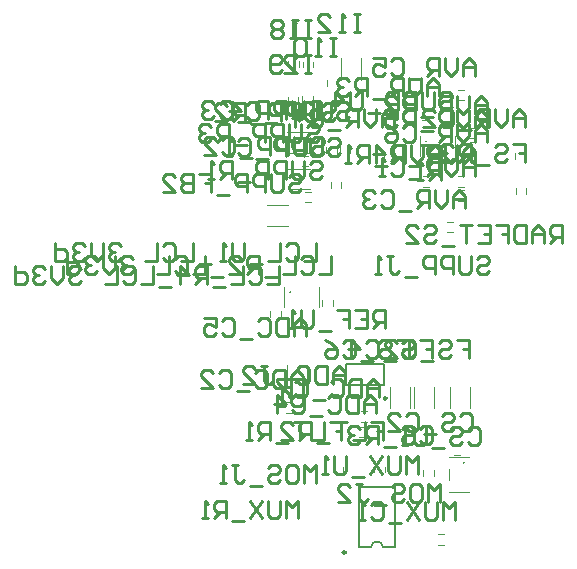
<source format=gbo>
G04 Layer_Color=32896*
%FSLAX24Y24*%
%MOIN*%
G70*
G01*
G75*
%ADD36C,0.0100*%
%ADD83C,0.0098*%
%ADD85C,0.0079*%
%ADD86C,0.0039*%
D36*
X12197Y12343D02*
Y12942D01*
X11997Y12742D01*
X11797Y12942D01*
Y12343D01*
X11597Y12942D02*
Y12443D01*
X11497Y12343D01*
X11297D01*
X11197Y12443D01*
Y12942D01*
X10997D02*
X10597Y12343D01*
Y12942D02*
X10997Y12343D01*
X10397Y12243D02*
X9998D01*
X9798Y12343D02*
Y12942D01*
X9498D01*
X9398Y12842D01*
Y12643D01*
X9498Y12543D01*
X9798D01*
X9598D02*
X9398Y12343D01*
X9198D02*
X8998D01*
X9098D01*
Y12942D01*
X9198Y12842D01*
X16948Y26454D02*
X17048Y26554D01*
X17248D01*
X17348Y26454D01*
Y26354D01*
X17248Y26254D01*
X17048D01*
X16948Y26154D01*
Y26054D01*
X17048Y25954D01*
X17248D01*
X17348Y26054D01*
X16748Y26554D02*
Y26054D01*
X16648Y25954D01*
X16448D01*
X16348Y26054D01*
Y26554D01*
X16148Y25954D02*
Y26554D01*
X15849D01*
X15749Y26454D01*
Y26254D01*
X15849Y26154D01*
X16148D01*
X15549Y25954D02*
Y26554D01*
X15249D01*
X15149Y26454D01*
Y26254D01*
X15249Y26154D01*
X15549D01*
X14949Y25854D02*
X14549D01*
X14349Y26554D02*
Y26054D01*
X14249Y25954D01*
X14049D01*
X13949Y26054D01*
Y26554D01*
X13449Y25954D02*
Y26554D01*
X13749Y26254D01*
X13349D01*
X16958Y23624D02*
Y24224D01*
X16658D01*
X16558Y24124D01*
Y23924D01*
X16658Y23824D01*
X16958D01*
X16758D02*
X16558Y23624D01*
X16358D02*
X16158D01*
X16258D01*
Y24224D01*
X16358Y24124D01*
X18501Y25344D02*
Y25744D01*
X18302Y25944D01*
X18102Y25744D01*
Y25344D01*
Y25644D01*
X18501D01*
X17902Y25944D02*
Y25544D01*
X17702Y25344D01*
X17502Y25544D01*
Y25944D01*
X17302Y25344D02*
Y25944D01*
X17002D01*
X16902Y25844D01*
Y25644D01*
X17002Y25544D01*
X17302D01*
X17102D02*
X16902Y25344D01*
X16702Y25244D02*
X16302D01*
X16102Y25344D02*
Y25944D01*
X15802D01*
X15702Y25844D01*
Y25644D01*
X15802Y25544D01*
X16102D01*
X15902D02*
X15702Y25344D01*
X15103Y25944D02*
X15502D01*
Y25644D01*
X15303Y25744D01*
X15203D01*
X15103Y25644D01*
Y25444D01*
X15203Y25344D01*
X15402D01*
X15502Y25444D01*
X18108Y24194D02*
Y24594D01*
X17908Y24794D01*
X17708Y24594D01*
Y24194D01*
Y24494D01*
X18108D01*
X17508Y24794D02*
Y24394D01*
X17308Y24194D01*
X17108Y24394D01*
Y24794D01*
X16908Y24194D02*
Y24794D01*
X16609D01*
X16509Y24694D01*
Y24494D01*
X16609Y24394D01*
X16908D01*
X16708D02*
X16509Y24194D01*
X16309Y24094D02*
X15909D01*
X15709Y24194D02*
Y24794D01*
X15409D01*
X15309Y24694D01*
Y24494D01*
X15409Y24394D01*
X15709D01*
X15509D02*
X15309Y24194D01*
X14809D02*
Y24794D01*
X15109Y24494D01*
X14709D01*
X16908Y26434D02*
Y26834D01*
X16708Y27034D01*
X16508Y26834D01*
Y26434D01*
Y26734D01*
X16908D01*
X16308Y27034D02*
Y26634D01*
X16108Y26434D01*
X15908Y26634D01*
Y27034D01*
X15708Y26434D02*
Y27034D01*
X15409D01*
X15309Y26934D01*
Y26734D01*
X15409Y26634D01*
X15708D01*
X15508D02*
X15309Y26434D01*
X15109Y26334D02*
X14709D01*
X14509Y26434D02*
Y27034D01*
X14209D01*
X14109Y26934D01*
Y26734D01*
X14209Y26634D01*
X14509D01*
X14309D02*
X14109Y26434D01*
X13909Y26934D02*
X13809Y27034D01*
X13609D01*
X13509Y26934D01*
Y26834D01*
X13609Y26734D01*
X13709D01*
X13609D01*
X13509Y26634D01*
Y26534D01*
X13609Y26434D01*
X13809D01*
X13909Y26534D01*
X18501Y25817D02*
Y26217D01*
X18302Y26417D01*
X18102Y26217D01*
Y25817D01*
Y26117D01*
X18501D01*
X17902Y26417D02*
Y26017D01*
X17702Y25817D01*
X17502Y26017D01*
Y26417D01*
X17302Y25817D02*
Y26417D01*
X17002D01*
X16902Y26317D01*
Y26117D01*
X17002Y26017D01*
X17302D01*
X17102D02*
X16902Y25817D01*
X16702Y25717D02*
X16302D01*
X16102Y25817D02*
Y26417D01*
X15802D01*
X15702Y26317D01*
Y26117D01*
X15802Y26017D01*
X16102D01*
X15902D02*
X15702Y25817D01*
X15103D02*
X15502D01*
X15103Y26217D01*
Y26317D01*
X15203Y26417D01*
X15402D01*
X15502Y26317D01*
X16958Y24194D02*
Y24594D01*
X16758Y24794D01*
X16558Y24594D01*
Y24194D01*
Y24494D01*
X16958D01*
X16358Y24794D02*
Y24394D01*
X16158Y24194D01*
X15958Y24394D01*
Y24794D01*
X15758Y24194D02*
Y24794D01*
X15459D01*
X15359Y24694D01*
Y24494D01*
X15459Y24394D01*
X15758D01*
X15558D02*
X15359Y24194D01*
X15159Y24094D02*
X14759D01*
X14559Y24194D02*
Y24794D01*
X14259D01*
X14159Y24694D01*
Y24494D01*
X14259Y24394D01*
X14559D01*
X14359D02*
X14159Y24194D01*
X13959D02*
X13759D01*
X13859D01*
Y24794D01*
X13959Y24694D01*
X18518Y24884D02*
Y25284D01*
X18318Y25484D01*
X18118Y25284D01*
Y24884D01*
Y25184D01*
X18518D01*
X17918Y25484D02*
Y25084D01*
X17718Y24884D01*
X17518Y25084D01*
Y25484D01*
X17318Y24884D02*
Y25484D01*
X17019D01*
X16919Y25384D01*
Y25184D01*
X17019Y25084D01*
X17318D01*
X17118D02*
X16919Y24884D01*
X16719Y24784D02*
X16319D01*
X15719Y25384D02*
X15819Y25484D01*
X16019D01*
X16119Y25384D01*
Y24984D01*
X16019Y24884D01*
X15819D01*
X15719Y24984D01*
X15119Y25484D02*
X15319Y25384D01*
X15519Y25184D01*
Y24984D01*
X15419Y24884D01*
X15219D01*
X15119Y24984D01*
Y25084D01*
X15219Y25184D01*
X15519D01*
X18118Y23744D02*
Y24144D01*
X17918Y24344D01*
X17718Y24144D01*
Y23744D01*
Y24044D01*
X18118D01*
X17518Y24344D02*
Y23944D01*
X17318Y23744D01*
X17118Y23944D01*
Y24344D01*
X16918Y23744D02*
Y24344D01*
X16619D01*
X16519Y24244D01*
Y24044D01*
X16619Y23944D01*
X16918D01*
X16718D02*
X16519Y23744D01*
X16319Y23644D02*
X15919D01*
X15319Y24244D02*
X15419Y24344D01*
X15619D01*
X15719Y24244D01*
Y23844D01*
X15619Y23744D01*
X15419D01*
X15319Y23844D01*
X15119Y23744D02*
X14919D01*
X15019D01*
Y24344D01*
X15119Y24244D01*
X17872Y15299D02*
X17972Y15399D01*
X18172D01*
X18272Y15299D01*
Y14899D01*
X18172Y14799D01*
X17972D01*
X17872Y14899D01*
X17272Y15299D02*
X17372Y15399D01*
X17572D01*
X17672Y15299D01*
Y15199D01*
X17572Y15099D01*
X17372D01*
X17272Y14999D01*
Y14899D01*
X17372Y14799D01*
X17572D01*
X17672Y14899D01*
X17072Y14699D02*
X16672D01*
X16472Y15399D02*
Y14899D01*
X16372Y14799D01*
X16172D01*
X16072Y14899D01*
Y15399D01*
X15872Y14799D02*
X15672D01*
X15772D01*
Y15399D01*
X15872Y15299D01*
X16272Y15319D02*
X16372Y15419D01*
X16572D01*
X16672Y15319D01*
Y14919D01*
X16572Y14819D01*
X16372D01*
X16272Y14919D01*
X15672Y15319D02*
X15772Y15419D01*
X15972D01*
X16072Y15319D01*
Y15219D01*
X15972Y15119D01*
X15772D01*
X15672Y15019D01*
Y14919D01*
X15772Y14819D01*
X15972D01*
X16072Y14919D01*
X15472Y14719D02*
X15072D01*
X14872Y14819D02*
Y15419D01*
X14572D01*
X14472Y15319D01*
Y15119D01*
X14572Y15019D01*
X14872D01*
X14672D02*
X14472Y14819D01*
X14272Y15319D02*
X14172Y15419D01*
X13972D01*
X13872Y15319D01*
Y15219D01*
X13972Y15119D01*
X14072D01*
X13972D01*
X13872Y15019D01*
Y14919D01*
X13972Y14819D01*
X14172D01*
X14272Y14919D01*
X17602Y15769D02*
X17702Y15869D01*
X17902D01*
X18002Y15769D01*
Y15369D01*
X17902Y15269D01*
X17702D01*
X17602Y15369D01*
X17002Y15769D02*
X17102Y15869D01*
X17302D01*
X17402Y15769D01*
Y15669D01*
X17302Y15569D01*
X17102D01*
X17002Y15469D01*
Y15369D01*
X17102Y15269D01*
X17302D01*
X17402Y15369D01*
X16802Y15169D02*
X16402D01*
X15802Y15769D02*
X15902Y15869D01*
X16102D01*
X16202Y15769D01*
Y15369D01*
X16102Y15269D01*
X15902D01*
X15802Y15369D01*
X15202Y15269D02*
X15602D01*
X15202Y15669D01*
Y15769D01*
X15302Y15869D01*
X15502D01*
X15602Y15769D01*
X13782Y16830D02*
Y17230D01*
X13583Y17430D01*
X13383Y17230D01*
Y16830D01*
Y17130D01*
X13782D01*
X13183Y17430D02*
Y16830D01*
X12883D01*
X12783Y16930D01*
Y17330D01*
X12883Y17430D01*
X13183D01*
X12183Y17330D02*
X12283Y17430D01*
X12483D01*
X12583Y17330D01*
Y16930D01*
X12483Y16830D01*
X12283D01*
X12183Y16930D01*
X11983Y16730D02*
X11583D01*
X10983Y17430D02*
X11183D01*
X11083D01*
Y16930D01*
X11183Y16830D01*
X11283D01*
X11383Y16930D01*
X10384Y16830D02*
X10783D01*
X10384Y17230D01*
Y17330D01*
X10484Y17430D01*
X10683D01*
X10783Y17330D01*
X12801Y13530D02*
Y14130D01*
X12601Y13930D01*
X12401Y14130D01*
Y13530D01*
X11901Y14130D02*
X12101D01*
X12201Y14030D01*
Y13630D01*
X12101Y13530D01*
X11901D01*
X11801Y13630D01*
Y14030D01*
X11901Y14130D01*
X11201Y14030D02*
X11301Y14130D01*
X11501D01*
X11601Y14030D01*
Y13930D01*
X11501Y13830D01*
X11301D01*
X11201Y13730D01*
Y13630D01*
X11301Y13530D01*
X11501D01*
X11601Y13630D01*
X11001Y13430D02*
X10601D01*
X10001Y14130D02*
X10201D01*
X10101D01*
Y13630D01*
X10201Y13530D01*
X10301D01*
X10401Y13630D01*
X9801Y13530D02*
X9602D01*
X9702D01*
Y14130D01*
X9801Y14030D01*
X14809Y15870D02*
Y16269D01*
X14609Y16469D01*
X14409Y16269D01*
Y15870D01*
Y16169D01*
X14809D01*
X14209Y16469D02*
Y15870D01*
X13909D01*
X13809Y15970D01*
Y16369D01*
X13909Y16469D01*
X14209D01*
X13209Y16369D02*
X13309Y16469D01*
X13509D01*
X13609Y16369D01*
Y15970D01*
X13509Y15870D01*
X13309D01*
X13209Y15970D01*
X13009Y15770D02*
X12610D01*
X12010Y16369D02*
X12110Y16469D01*
X12310D01*
X12410Y16369D01*
Y15970D01*
X12310Y15870D01*
X12110D01*
X12010Y15970D01*
X11510Y15870D02*
Y16469D01*
X11810Y16169D01*
X11410D01*
X19768Y25394D02*
Y25794D01*
X19568Y25994D01*
X19368Y25794D01*
Y25394D01*
Y25694D01*
X19768D01*
X19168Y25994D02*
Y25594D01*
X18968Y25394D01*
X18768Y25594D01*
Y25994D01*
X18568Y25394D02*
Y25994D01*
X18269D01*
X18169Y25894D01*
Y25694D01*
X18269Y25594D01*
X18568D01*
X18368D02*
X18169Y25394D01*
X17969Y25294D02*
X17569D01*
X16969Y25894D02*
X17069Y25994D01*
X17269D01*
X17369Y25894D01*
Y25494D01*
X17269Y25394D01*
X17069D01*
X16969Y25494D01*
X16369Y25394D02*
X16769D01*
X16369Y25794D01*
Y25894D01*
X16469Y25994D01*
X16669D01*
X16769Y25894D01*
X17768Y22704D02*
Y23104D01*
X17568Y23304D01*
X17368Y23104D01*
Y22704D01*
Y23004D01*
X17768D01*
X17168Y23304D02*
Y22904D01*
X16968Y22704D01*
X16768Y22904D01*
Y23304D01*
X16568Y22704D02*
Y23304D01*
X16269D01*
X16169Y23204D01*
Y23004D01*
X16269Y22904D01*
X16568D01*
X16368D02*
X16169Y22704D01*
X15969Y22604D02*
X15569D01*
X14969Y23204D02*
X15069Y23304D01*
X15269D01*
X15369Y23204D01*
Y22804D01*
X15269Y22704D01*
X15069D01*
X14969Y22804D01*
X14769Y23204D02*
X14669Y23304D01*
X14469D01*
X14369Y23204D01*
Y23104D01*
X14469Y23004D01*
X14569D01*
X14469D01*
X14369Y22904D01*
Y22804D01*
X14469Y22704D01*
X14669D01*
X14769Y22804D01*
X15398Y25394D02*
Y25794D01*
X15198Y25994D01*
X14998Y25794D01*
Y25394D01*
Y25694D01*
X15398D01*
X14798Y25994D02*
Y25594D01*
X14598Y25394D01*
X14398Y25594D01*
Y25994D01*
X14198Y25394D02*
Y25994D01*
X13899D01*
X13799Y25894D01*
Y25694D01*
X13899Y25594D01*
X14198D01*
X13998D02*
X13799Y25394D01*
X13599Y25294D02*
X13199D01*
X12599Y25894D02*
X12699Y25994D01*
X12899D01*
X12999Y25894D01*
Y25494D01*
X12899Y25394D01*
X12699D01*
X12599Y25494D01*
X12099Y25394D02*
Y25994D01*
X12399Y25694D01*
X11999D01*
X17446Y12282D02*
Y12882D01*
X17246Y12682D01*
X17046Y12882D01*
Y12282D01*
X16846Y12882D02*
Y12382D01*
X16746Y12282D01*
X16546D01*
X16446Y12382D01*
Y12882D01*
X16246D02*
X15847Y12282D01*
Y12882D02*
X16246Y12282D01*
X15647Y12182D02*
X15247D01*
X14647Y12782D02*
X14747Y12882D01*
X14947D01*
X15047Y12782D01*
Y12382D01*
X14947Y12282D01*
X14747D01*
X14647Y12382D01*
X14447Y12282D02*
X14247D01*
X14347D01*
Y12882D01*
X14447Y12782D01*
X13471Y28344D02*
X13271D01*
X13371D01*
Y27744D01*
X13471D01*
X13271D01*
X12971D02*
X12771D01*
X12871D01*
Y28344D01*
X12971Y28244D01*
X12471D02*
X12371Y28344D01*
X12171D01*
X12071Y28244D01*
Y27844D01*
X12171Y27744D01*
X12371D01*
X12471Y27844D01*
Y28244D01*
X16200Y13820D02*
Y14420D01*
X16000Y14220D01*
X15800Y14420D01*
Y13820D01*
X15600Y14420D02*
Y13920D01*
X15500Y13820D01*
X15300D01*
X15200Y13920D01*
Y14420D01*
X15000D02*
X14600Y13820D01*
Y14420D02*
X15000Y13820D01*
X14400Y13721D02*
X14000D01*
X13800Y14420D02*
Y13920D01*
X13700Y13820D01*
X13501D01*
X13401Y13920D01*
Y14420D01*
X13201Y13820D02*
X13001D01*
X13101D01*
Y14420D01*
X13201Y14320D01*
X12378Y16685D02*
Y17085D01*
X12178Y17285D01*
X11979Y17085D01*
Y16685D01*
Y16985D01*
X12378D01*
X11779Y17285D02*
Y16685D01*
X11479D01*
X11379Y16785D01*
Y17185D01*
X11479Y17285D01*
X11779D01*
X10779Y17185D02*
X10879Y17285D01*
X11079D01*
X11179Y17185D01*
Y16785D01*
X11079Y16685D01*
X10879D01*
X10779Y16785D01*
X10579Y16585D02*
X10179D01*
X9579Y17185D02*
X9679Y17285D01*
X9879D01*
X9979Y17185D01*
Y16785D01*
X9879Y16685D01*
X9679D01*
X9579Y16785D01*
X8980Y16685D02*
X9379D01*
X8980Y17085D01*
Y17185D01*
X9079Y17285D01*
X9279D01*
X9379Y17185D01*
X12459Y18420D02*
Y18819D01*
X12259Y19019D01*
X12059Y18819D01*
Y18420D01*
Y18719D01*
X12459D01*
X11859Y19019D02*
Y18420D01*
X11559D01*
X11459Y18520D01*
Y18919D01*
X11559Y19019D01*
X11859D01*
X10859Y18919D02*
X10959Y19019D01*
X11159D01*
X11259Y18919D01*
Y18520D01*
X11159Y18420D01*
X10959D01*
X10859Y18520D01*
X10659Y18320D02*
X10260D01*
X9660Y18919D02*
X9760Y19019D01*
X9960D01*
X10060Y18919D01*
Y18520D01*
X9960Y18420D01*
X9760D01*
X9660Y18520D01*
X9060Y19019D02*
X9460D01*
Y18719D01*
X9260Y18819D01*
X9160D01*
X9060Y18719D01*
Y18520D01*
X9160Y18420D01*
X9360D01*
X9460Y18520D01*
X14899Y16390D02*
Y16789D01*
X14699Y16989D01*
X14499Y16789D01*
Y16390D01*
Y16689D01*
X14899D01*
X14299Y16989D02*
Y16390D01*
X13999D01*
X13899Y16489D01*
Y16889D01*
X13999Y16989D01*
X14299D01*
X13299Y16889D02*
X13399Y16989D01*
X13599D01*
X13699Y16889D01*
Y16489D01*
X13599Y16390D01*
X13399D01*
X13299Y16489D01*
X13099Y16290D02*
X12700D01*
X12100Y16889D02*
X12200Y16989D01*
X12400D01*
X12500Y16889D01*
Y16489D01*
X12400Y16390D01*
X12200D01*
X12100Y16489D01*
X11900Y16989D02*
X11500D01*
Y16889D01*
X11900Y16489D01*
Y16390D01*
X18108Y27094D02*
Y27494D01*
X17908Y27694D01*
X17708Y27494D01*
Y27094D01*
Y27394D01*
X18108D01*
X17508Y27694D02*
Y27294D01*
X17308Y27094D01*
X17108Y27294D01*
Y27694D01*
X16908Y27094D02*
Y27694D01*
X16609D01*
X16509Y27594D01*
Y27394D01*
X16609Y27294D01*
X16908D01*
X16708D02*
X16509Y27094D01*
X16309Y26994D02*
X15909D01*
X15309Y27594D02*
X15409Y27694D01*
X15609D01*
X15709Y27594D01*
Y27194D01*
X15609Y27094D01*
X15409D01*
X15309Y27194D01*
X14709Y27694D02*
X15109D01*
Y27394D01*
X14909Y27494D01*
X14809D01*
X14709Y27394D01*
Y27194D01*
X14809Y27094D01*
X15009D01*
X15109Y27194D01*
X17503Y18296D02*
X17903D01*
Y17996D01*
X17703D01*
X17903D01*
Y17696D01*
X16903Y18196D02*
X17003Y18296D01*
X17203D01*
X17303Y18196D01*
Y18096D01*
X17203Y17996D01*
X17003D01*
X16903Y17896D01*
Y17796D01*
X17003Y17696D01*
X17203D01*
X17303Y17796D01*
X16703Y17596D02*
X16303D01*
X15704Y18196D02*
X15804Y18296D01*
X16004D01*
X16104Y18196D01*
Y17796D01*
X16004Y17696D01*
X15804D01*
X15704Y17796D01*
X15104Y17696D02*
X15504D01*
X15104Y18096D01*
Y18196D01*
X15204Y18296D01*
X15404D01*
X15504Y18196D01*
X16285Y18294D02*
X16685D01*
Y17994D01*
X16485D01*
X16685D01*
Y17695D01*
X15686Y18194D02*
X15786Y18294D01*
X15985D01*
X16085Y18194D01*
Y18094D01*
X15985Y17994D01*
X15786D01*
X15686Y17895D01*
Y17795D01*
X15786Y17695D01*
X15985D01*
X16085Y17795D01*
X15486Y17595D02*
X15086D01*
X14486Y18194D02*
X14586Y18294D01*
X14786D01*
X14886Y18194D01*
Y17795D01*
X14786Y17695D01*
X14586D01*
X14486Y17795D01*
X13986Y17695D02*
Y18294D01*
X14286Y17994D01*
X13886D01*
X15498Y18297D02*
X15898D01*
Y17997D01*
X15698D01*
X15898D01*
Y17697D01*
X14898Y18197D02*
X14998Y18297D01*
X15198D01*
X15298Y18197D01*
Y18097D01*
X15198Y17997D01*
X14998D01*
X14898Y17897D01*
Y17797D01*
X14998Y17697D01*
X15198D01*
X15298Y17797D01*
X14698Y17597D02*
X14298D01*
X13698Y18197D02*
X13798Y18297D01*
X13998D01*
X14098Y18197D01*
Y17797D01*
X13998Y17697D01*
X13798D01*
X13698Y17797D01*
X13099Y18297D02*
X13299Y18197D01*
X13498Y17997D01*
Y17797D01*
X13399Y17697D01*
X13199D01*
X13099Y17797D01*
Y17897D01*
X13199Y17997D01*
X13498D01*
X12650Y28950D02*
X12450D01*
X12550D01*
Y28350D01*
X12650D01*
X12450D01*
X12150D02*
X11950D01*
X12050D01*
Y28950D01*
X12150Y28850D01*
X12640Y27790D02*
X12440D01*
X12540D01*
Y27190D01*
X12640D01*
X12440D01*
X11740D02*
X12140D01*
X11740Y27590D01*
Y27690D01*
X11840Y27790D01*
X12040D01*
X12140Y27690D01*
X12201Y28964D02*
X12001D01*
X12101D01*
Y28364D01*
X12201D01*
X12001D01*
X11701Y28864D02*
X11601Y28964D01*
X11401D01*
X11301Y28864D01*
Y28764D01*
X11401Y28664D01*
X11301Y28564D01*
Y28464D01*
X11401Y28364D01*
X11601D01*
X11701Y28464D01*
Y28564D01*
X11601Y28664D01*
X11701Y28764D01*
Y28864D01*
X11601Y28664D02*
X11401D01*
X12171Y27784D02*
X11971D01*
X12071D01*
Y27184D01*
X12171D01*
X11971D01*
X11671Y27284D02*
X11571Y27184D01*
X11371D01*
X11271Y27284D01*
Y27684D01*
X11371Y27784D01*
X11571D01*
X11671Y27684D01*
Y27584D01*
X11571Y27484D01*
X11271D01*
X14281Y29144D02*
X14081D01*
X14181D01*
Y28544D01*
X14281D01*
X14081D01*
X13781D02*
X13581D01*
X13681D01*
Y29144D01*
X13781Y29044D01*
X12881Y28544D02*
X13281D01*
X12881Y28944D01*
Y29044D01*
X12981Y29144D01*
X13181D01*
X13281Y29044D01*
X15119Y18690D02*
Y19289D01*
X14819D01*
X14719Y19189D01*
Y18989D01*
X14819Y18889D01*
X15119D01*
X14919D02*
X14719Y18690D01*
X14119Y19289D02*
X14519D01*
Y18690D01*
X14119D01*
X14519Y18989D02*
X14319D01*
X13519Y19289D02*
X13919D01*
Y18989D01*
X13719D01*
X13919D01*
Y18690D01*
X13319Y18590D02*
X12920D01*
X12720Y19289D02*
Y18789D01*
X12620Y18690D01*
X12420D01*
X12320Y18789D01*
Y19289D01*
X12120Y18690D02*
X11920D01*
X12020D01*
Y19289D01*
X12120Y19189D01*
X13208Y24939D02*
X13308Y25039D01*
X13508D01*
X13608Y24939D01*
Y24839D01*
X13508Y24739D01*
X13308D01*
X13208Y24639D01*
Y24539D01*
X13308Y24439D01*
X13508D01*
X13608Y24539D01*
X13008Y25039D02*
Y24539D01*
X12908Y24439D01*
X12708D01*
X12608Y24539D01*
Y25039D01*
X12408Y24439D02*
Y25039D01*
X12108D01*
X12008Y24939D01*
Y24739D01*
X12108Y24639D01*
X12408D01*
X11808Y24439D02*
Y25039D01*
X11508D01*
X11408Y24939D01*
Y24739D01*
X11508Y24639D01*
X11808D01*
X11208Y24339D02*
X10809D01*
X10209Y24939D02*
X10309Y25039D01*
X10509D01*
X10609Y24939D01*
Y24539D01*
X10509Y24439D01*
X10309D01*
X10209Y24539D01*
X10009Y24439D02*
X9809D01*
X9909D01*
Y25039D01*
X10009Y24939D01*
X12658Y24959D02*
X12758Y25059D01*
X12958D01*
X13058Y24959D01*
Y24859D01*
X12958Y24759D01*
X12758D01*
X12658Y24659D01*
Y24559D01*
X12758Y24459D01*
X12958D01*
X13058Y24559D01*
X12458Y25059D02*
Y24559D01*
X12358Y24459D01*
X12158D01*
X12058Y24559D01*
Y25059D01*
X11858Y24459D02*
Y25059D01*
X11558D01*
X11458Y24959D01*
Y24759D01*
X11558Y24659D01*
X11858D01*
X11258Y24459D02*
Y25059D01*
X10958D01*
X10858Y24959D01*
Y24759D01*
X10958Y24659D01*
X11258D01*
X10658Y24359D02*
X10259D01*
X9659Y24959D02*
X9759Y25059D01*
X9959D01*
X10059Y24959D01*
Y24559D01*
X9959Y24459D01*
X9759D01*
X9659Y24559D01*
X9059Y24459D02*
X9459D01*
X9059Y24859D01*
Y24959D01*
X9159Y25059D01*
X9359D01*
X9459Y24959D01*
X12608Y26169D02*
X12708Y26269D01*
X12908D01*
X13008Y26169D01*
Y26069D01*
X12908Y25969D01*
X12708D01*
X12608Y25869D01*
Y25769D01*
X12708Y25669D01*
X12908D01*
X13008Y25769D01*
X12408Y26269D02*
Y25769D01*
X12308Y25669D01*
X12108D01*
X12008Y25769D01*
Y26269D01*
X11808Y25669D02*
Y26269D01*
X11508D01*
X11408Y26169D01*
Y25969D01*
X11508Y25869D01*
X11808D01*
X11208Y25669D02*
Y26269D01*
X10908D01*
X10808Y26169D01*
Y25969D01*
X10908Y25869D01*
X11208D01*
X10608Y25569D02*
X10209D01*
X9609Y26169D02*
X9709Y26269D01*
X9909D01*
X10009Y26169D01*
Y25769D01*
X9909Y25669D01*
X9709D01*
X9609Y25769D01*
X9409Y26169D02*
X9309Y26269D01*
X9109D01*
X9009Y26169D01*
Y26069D01*
X9109Y25969D01*
X9209D01*
X9109D01*
X9009Y25869D01*
Y25769D01*
X9109Y25669D01*
X9309D01*
X9409Y25769D01*
X13518Y26109D02*
X13618Y26209D01*
X13818D01*
X13918Y26109D01*
Y26009D01*
X13818Y25909D01*
X13618D01*
X13518Y25809D01*
Y25709D01*
X13618Y25609D01*
X13818D01*
X13918Y25709D01*
X13318Y26209D02*
Y25709D01*
X13218Y25609D01*
X13018D01*
X12918Y25709D01*
Y26209D01*
X12718Y25609D02*
Y26209D01*
X12418D01*
X12318Y26109D01*
Y25909D01*
X12418Y25809D01*
X12718D01*
X12118Y25609D02*
Y26209D01*
X11818D01*
X11718Y26109D01*
Y25909D01*
X11818Y25809D01*
X12118D01*
X11518Y25509D02*
X11119D01*
X10519Y26109D02*
X10619Y26209D01*
X10819D01*
X10919Y26109D01*
Y25709D01*
X10819Y25609D01*
X10619D01*
X10519Y25709D01*
X10019Y25609D02*
Y26209D01*
X10319Y25909D01*
X9919D01*
X11919Y23719D02*
X12019Y23819D01*
X12219D01*
X12319Y23719D01*
Y23619D01*
X12219Y23519D01*
X12019D01*
X11919Y23419D01*
Y23319D01*
X12019Y23219D01*
X12219D01*
X12319Y23319D01*
X11720Y23819D02*
Y23319D01*
X11620Y23219D01*
X11420D01*
X11320Y23319D01*
Y23819D01*
X11120Y23219D02*
Y23819D01*
X10820D01*
X10720Y23719D01*
Y23519D01*
X10820Y23419D01*
X11120D01*
X10520Y23219D02*
Y23819D01*
X10220D01*
X10120Y23719D01*
Y23519D01*
X10220Y23419D01*
X10520D01*
X9920Y23119D02*
X9520D01*
X8920Y23819D02*
X9320D01*
Y23519D01*
X9120D01*
X9320D01*
Y23219D01*
X8721Y23819D02*
Y23219D01*
X8421D01*
X8321Y23319D01*
Y23419D01*
X8421Y23519D01*
X8721D01*
X8421D01*
X8321Y23619D01*
Y23719D01*
X8421Y23819D01*
X8721D01*
X7721Y23219D02*
X8121D01*
X7721Y23619D01*
Y23719D01*
X7821Y23819D01*
X8021D01*
X8121Y23719D01*
X12608Y24169D02*
X12708Y24269D01*
X12908D01*
X13008Y24169D01*
Y24069D01*
X12908Y23969D01*
X12708D01*
X12608Y23869D01*
Y23769D01*
X12708Y23669D01*
X12908D01*
X13008Y23769D01*
X12408Y24269D02*
Y23769D01*
X12308Y23669D01*
X12108D01*
X12008Y23769D01*
Y24269D01*
X11808Y23669D02*
Y24269D01*
X11508D01*
X11408Y24169D01*
Y23969D01*
X11508Y23869D01*
X11808D01*
X11208Y23669D02*
Y24269D01*
X10908D01*
X10808Y24169D01*
Y23969D01*
X10908Y23869D01*
X11208D01*
X10608Y23569D02*
X10209D01*
X10009Y23669D02*
Y24269D01*
X9709D01*
X9609Y24169D01*
Y23969D01*
X9709Y23869D01*
X10009D01*
X9809D02*
X9609Y23669D01*
X9409D02*
X9209D01*
X9309D01*
Y24269D01*
X9409Y24169D01*
X13048Y26089D02*
X13148Y26189D01*
X13348D01*
X13448Y26089D01*
Y25989D01*
X13348Y25889D01*
X13148D01*
X13048Y25789D01*
Y25689D01*
X13148Y25589D01*
X13348D01*
X13448Y25689D01*
X12848Y26189D02*
Y25689D01*
X12748Y25589D01*
X12548D01*
X12448Y25689D01*
Y26189D01*
X12248Y25589D02*
Y26189D01*
X11948D01*
X11848Y26089D01*
Y25889D01*
X11948Y25789D01*
X12248D01*
X11648Y25589D02*
Y26189D01*
X11348D01*
X11248Y26089D01*
Y25889D01*
X11348Y25789D01*
X11648D01*
X11048Y25489D02*
X10649D01*
X10449Y25589D02*
Y26189D01*
X10149D01*
X10049Y26089D01*
Y25889D01*
X10149Y25789D01*
X10449D01*
X10249D02*
X10049Y25589D01*
X9449D02*
X9849D01*
X9449Y25989D01*
Y26089D01*
X9549Y26189D01*
X9749D01*
X9849Y26089D01*
X12508Y25379D02*
X12608Y25479D01*
X12808D01*
X12908Y25379D01*
Y25279D01*
X12808Y25179D01*
X12608D01*
X12508Y25079D01*
Y24979D01*
X12608Y24879D01*
X12808D01*
X12908Y24979D01*
X12308Y25479D02*
Y24979D01*
X12208Y24879D01*
X12008D01*
X11908Y24979D01*
Y25479D01*
X11708Y24879D02*
Y25479D01*
X11408D01*
X11308Y25379D01*
Y25179D01*
X11408Y25079D01*
X11708D01*
X11108Y24879D02*
Y25479D01*
X10808D01*
X10708Y25379D01*
Y25179D01*
X10808Y25079D01*
X11108D01*
X10508Y24779D02*
X10109D01*
X9909Y24879D02*
Y25479D01*
X9609D01*
X9509Y25379D01*
Y25179D01*
X9609Y25079D01*
X9909D01*
X9709D02*
X9509Y24879D01*
X9309Y25379D02*
X9209Y25479D01*
X9009D01*
X8909Y25379D01*
Y25279D01*
X9009Y25179D01*
X9109D01*
X9009D01*
X8909Y25079D01*
Y24979D01*
X9009Y24879D01*
X9209D01*
X9309Y24979D01*
X12371Y16705D02*
Y16205D01*
X12271Y16105D01*
X12071D01*
X11971Y16205D01*
Y16705D01*
X11771Y16105D02*
X11571D01*
X11671D01*
Y16705D01*
X11771Y16605D01*
X14642Y15550D02*
X15042D01*
Y15250D01*
X14842D01*
X15042D01*
Y14950D01*
X14442Y15550D02*
Y14950D01*
X14042D01*
X13842Y15550D02*
X13443D01*
X13642D01*
Y14950D01*
X13243Y14850D02*
X12843D01*
X12643Y14950D02*
Y15550D01*
X12343D01*
X12243Y15450D01*
Y15250D01*
X12343Y15150D01*
X12643D01*
X12443D02*
X12243Y14950D01*
X11643D02*
X12043D01*
X11643Y15350D01*
Y15450D01*
X11743Y15550D01*
X11943D01*
X12043Y15450D01*
X13257Y15547D02*
X13656D01*
Y15247D01*
X13457D01*
X13656D01*
Y14947D01*
X13057Y15547D02*
Y14947D01*
X12657D01*
X12457Y15547D02*
X12057D01*
X12257D01*
Y14947D01*
X11857Y14847D02*
X11457D01*
X11257Y14947D02*
Y15547D01*
X10957D01*
X10857Y15447D01*
Y15247D01*
X10957Y15147D01*
X11257D01*
X11057D02*
X10857Y14947D01*
X10657D02*
X10457D01*
X10557D01*
Y15547D01*
X10657Y15447D01*
X21010Y21510D02*
Y22110D01*
X20710D01*
X20610Y22010D01*
Y21810D01*
X20710Y21710D01*
X21010D01*
X20810D02*
X20610Y21510D01*
X20410D02*
Y21910D01*
X20210Y22110D01*
X20010Y21910D01*
Y21510D01*
Y21810D01*
X20410D01*
X19810Y22110D02*
Y21510D01*
X19510D01*
X19411Y21610D01*
Y22010D01*
X19510Y22110D01*
X19810D01*
X18811D02*
X19211D01*
Y21810D01*
X19011D01*
X19211D01*
Y21510D01*
X18211Y22110D02*
X18611D01*
Y21510D01*
X18211D01*
X18611Y21810D02*
X18411D01*
X18011Y22110D02*
X17611D01*
X17811D01*
Y21510D01*
X17411Y21410D02*
X17011D01*
X16411Y22010D02*
X16511Y22110D01*
X16711D01*
X16811Y22010D01*
Y21910D01*
X16711Y21810D01*
X16511D01*
X16411Y21710D01*
Y21610D01*
X16511Y21510D01*
X16711D01*
X16811Y21610D01*
X15812Y21510D02*
X16212D01*
X15812Y21910D01*
Y22010D01*
X15912Y22110D01*
X16112D01*
X16212Y22010D01*
X16930Y12901D02*
Y13501D01*
X16730Y13301D01*
X16531Y13501D01*
Y12901D01*
X16031Y13501D02*
X16231D01*
X16331Y13401D01*
Y13001D01*
X16231Y12901D01*
X16031D01*
X15931Y13001D01*
Y13401D01*
X16031Y13501D01*
X15331Y13401D02*
X15431Y13501D01*
X15631D01*
X15731Y13401D01*
Y13301D01*
X15631Y13201D01*
X15431D01*
X15331Y13101D01*
Y13001D01*
X15431Y12901D01*
X15631D01*
X15731Y13001D01*
X15131Y12801D02*
X14731D01*
X14131Y13501D02*
X14331D01*
X14231D01*
Y13001D01*
X14331Y12901D01*
X14431D01*
X14531Y13001D01*
X13531Y12901D02*
X13931D01*
X13531Y13301D01*
Y13401D01*
X13631Y13501D01*
X13831D01*
X13931Y13401D01*
X13309Y21106D02*
Y20506D01*
X12909D01*
X12310Y21006D02*
X12410Y21106D01*
X12610D01*
X12709Y21006D01*
Y20606D01*
X12610Y20506D01*
X12410D01*
X12310Y20606D01*
X12110Y21106D02*
Y20506D01*
X11710D01*
X11510Y20406D02*
X11110D01*
X10910Y20506D02*
Y21106D01*
X10610D01*
X10510Y21006D01*
Y20806D01*
X10610Y20706D01*
X10910D01*
X10710D02*
X10510Y20506D01*
X9910D02*
X10310D01*
X9910Y20906D01*
Y21006D01*
X10010Y21106D01*
X10210D01*
X10310Y21006D01*
X9710Y20406D02*
X9311D01*
X9111Y21106D02*
Y20506D01*
X8711D01*
X8111Y21006D02*
X8211Y21106D01*
X8411D01*
X8511Y21006D01*
Y20606D01*
X8411Y20506D01*
X8211D01*
X8111Y20606D01*
X7911Y21106D02*
Y20506D01*
X7511D01*
X6711Y21006D02*
X6611Y21106D01*
X6412D01*
X6312Y21006D01*
Y20906D01*
X6412Y20806D01*
X6511D01*
X6412D01*
X6312Y20706D01*
Y20606D01*
X6412Y20506D01*
X6611D01*
X6711Y20606D01*
X6112Y21106D02*
Y20706D01*
X5912Y20506D01*
X5712Y20706D01*
Y21106D01*
X5512Y21006D02*
X5412Y21106D01*
X5212D01*
X5112Y21006D01*
Y20906D01*
X5212Y20806D01*
X5312D01*
X5212D01*
X5112Y20706D01*
Y20606D01*
X5212Y20506D01*
X5412D01*
X5512Y20606D01*
X4512Y21106D02*
Y20506D01*
X4812D01*
X4912Y20606D01*
Y20806D01*
X4812Y20906D01*
X4512D01*
X12817Y21533D02*
Y20933D01*
X12418D01*
X11818Y21433D02*
X11918Y21533D01*
X12118D01*
X12218Y21433D01*
Y21033D01*
X12118Y20933D01*
X11918D01*
X11818Y21033D01*
X11618Y21533D02*
Y20933D01*
X11218D01*
X11018Y20833D02*
X10618D01*
X10418Y21533D02*
Y21033D01*
X10318Y20933D01*
X10118D01*
X10018Y21033D01*
Y21533D01*
X9818Y20933D02*
X9618D01*
X9718D01*
Y21533D01*
X9818Y21433D01*
X9319Y20833D02*
X8919D01*
X8719Y21533D02*
Y20933D01*
X8319D01*
X7719Y21433D02*
X7819Y21533D01*
X8019D01*
X8119Y21433D01*
Y21033D01*
X8019Y20933D01*
X7819D01*
X7719Y21033D01*
X7519Y21533D02*
Y20933D01*
X7119D01*
X6320Y21433D02*
X6220Y21533D01*
X6020D01*
X5920Y21433D01*
Y21333D01*
X6020Y21233D01*
X6120D01*
X6020D01*
X5920Y21133D01*
Y21033D01*
X6020Y20933D01*
X6220D01*
X6320Y21033D01*
X5720Y21533D02*
Y21133D01*
X5520Y20933D01*
X5320Y21133D01*
Y21533D01*
X5120Y21433D02*
X5020Y21533D01*
X4820D01*
X4720Y21433D01*
Y21333D01*
X4820Y21233D01*
X4920D01*
X4820D01*
X4720Y21133D01*
Y21033D01*
X4820Y20933D01*
X5020D01*
X5120Y21033D01*
X4120Y21533D02*
Y20933D01*
X4420D01*
X4520Y21033D01*
Y21233D01*
X4420Y21333D01*
X4120D01*
X18186Y20998D02*
X18286Y21098D01*
X18485D01*
X18585Y20998D01*
Y20898D01*
X18485Y20798D01*
X18286D01*
X18186Y20698D01*
Y20598D01*
X18286Y20498D01*
X18485D01*
X18585Y20598D01*
X17986Y21098D02*
Y20598D01*
X17886Y20498D01*
X17686D01*
X17586Y20598D01*
Y21098D01*
X17386Y20498D02*
Y21098D01*
X17086D01*
X16986Y20998D01*
Y20798D01*
X17086Y20698D01*
X17386D01*
X16786Y20498D02*
Y21098D01*
X16486D01*
X16386Y20998D01*
Y20798D01*
X16486Y20698D01*
X16786D01*
X16186Y20398D02*
X15786D01*
X15187Y21098D02*
X15386D01*
X15287D01*
Y20598D01*
X15386Y20498D01*
X15486D01*
X15586Y20598D01*
X14987Y20498D02*
X14787D01*
X14887D01*
Y21098D01*
X14987Y20998D01*
X19360Y24836D02*
X19759D01*
Y24536D01*
X19560D01*
X19759D01*
Y24236D01*
X18760Y24736D02*
X18860Y24836D01*
X19060D01*
X19160Y24736D01*
Y24636D01*
X19060Y24536D01*
X18860D01*
X18760Y24436D01*
Y24336D01*
X18860Y24236D01*
X19060D01*
X19160Y24336D01*
X18560Y24136D02*
X18160D01*
X17960Y24236D02*
Y24836D01*
X17660D01*
X17560Y24736D01*
Y24536D01*
X17660Y24436D01*
X17960D01*
X17760D02*
X17560Y24236D01*
X17360Y24736D02*
X17260Y24836D01*
X17060D01*
X16960Y24736D01*
Y24636D01*
X17060Y24536D01*
X17160D01*
X17060D01*
X16960Y24436D01*
Y24336D01*
X17060Y24236D01*
X17260D01*
X17360Y24336D01*
X11579Y20747D02*
Y20147D01*
X11179D01*
X10579Y20647D02*
X10679Y20747D01*
X10879D01*
X10979Y20647D01*
Y20247D01*
X10879Y20147D01*
X10679D01*
X10579Y20247D01*
X10379Y20747D02*
Y20147D01*
X9979D01*
X9779Y20048D02*
X9379D01*
X9180Y20147D02*
Y20747D01*
X8880D01*
X8780Y20647D01*
Y20447D01*
X8880Y20347D01*
X9180D01*
X8980D02*
X8780Y20147D01*
X8280D02*
Y20747D01*
X8580Y20447D01*
X8180D01*
X7980Y20048D02*
X7580D01*
X7380Y20747D02*
Y20147D01*
X6980D01*
X6380Y20647D02*
X6480Y20747D01*
X6680D01*
X6780Y20647D01*
Y20247D01*
X6680Y20147D01*
X6480D01*
X6380Y20247D01*
X6180Y20747D02*
Y20147D01*
X5781D01*
X4981Y20647D02*
X4881Y20747D01*
X4681D01*
X4581Y20647D01*
Y20547D01*
X4681Y20447D01*
X4781D01*
X4681D01*
X4581Y20347D01*
Y20247D01*
X4681Y20147D01*
X4881D01*
X4981Y20247D01*
X4381Y20747D02*
Y20347D01*
X4181Y20147D01*
X3981Y20347D01*
Y20747D01*
X3781Y20647D02*
X3681Y20747D01*
X3481D01*
X3381Y20647D01*
Y20547D01*
X3481Y20447D01*
X3581D01*
X3481D01*
X3381Y20347D01*
Y20247D01*
X3481Y20147D01*
X3681D01*
X3781Y20247D01*
X2782Y20747D02*
Y20147D01*
X3081D01*
X3181Y20247D01*
Y20447D01*
X3081Y20547D01*
X2782D01*
D83*
X13796Y11209D02*
G03*
X13796Y11209I-49J0D01*
G01*
X15167Y16352D02*
G03*
X15167Y16352I-49J0D01*
G01*
D85*
X16484Y24912D02*
G03*
X16484Y24912I-20J0D01*
G01*
X17749Y14203D02*
G03*
X17749Y14203I-20J0D01*
G01*
X15043Y11377D02*
G03*
X14636Y11377I-203J0D01*
G01*
X11949Y19892D02*
G03*
X11949Y19892I-20J0D01*
G01*
X15450Y11377D02*
Y13384D01*
X14229Y11377D02*
Y13384D01*
X15450D01*
X15043Y11377D02*
X15450D01*
X14229D02*
X14636D01*
X13799Y16805D02*
Y17494D01*
X15059Y16805D02*
Y17494D01*
X13799D02*
X15059D01*
X13799Y16805D02*
X15059D01*
D86*
X16340Y25992D02*
X16536D01*
X16340Y25637D02*
X16536D01*
X17940Y24422D02*
X18136D01*
X17940Y24067D02*
X18136D01*
X17429Y24420D02*
Y25089D01*
X16287Y24420D02*
Y25089D01*
X16390Y22927D02*
X16586D01*
X16390Y23282D02*
X16586D01*
X17540D02*
X17736D01*
X17540Y22927D02*
X17736D01*
X16390Y23397D02*
X16586D01*
X16390Y23752D02*
X16586D01*
X17540Y23397D02*
X17736D01*
X17540Y23752D02*
X17736D01*
X17933Y24547D02*
X18130D01*
X17933Y24902D02*
X18130D01*
X17933Y25374D02*
X18130D01*
X17933Y25020D02*
X18130D01*
X17423Y14806D02*
X17620D01*
X17423Y14452D02*
X17620D01*
X16374Y13750D02*
Y13947D01*
X16729Y13750D02*
Y13947D01*
X17237Y14380D02*
X17906D01*
X17237Y13238D02*
X17906D01*
X17237Y13986D02*
X17237Y13632D01*
X19805Y24316D02*
Y24513D01*
X19451Y24316D02*
Y24513D01*
X17190Y21887D02*
X17386D01*
X17190Y22242D02*
X17386D01*
X15081Y24316D02*
Y24513D01*
X15435Y24316D02*
Y24513D01*
X16870Y11466D02*
X17067D01*
X16870Y11820D02*
X17067D01*
X13158Y26767D02*
Y26963D01*
X13513Y26767D02*
Y26963D01*
X11802Y15873D02*
X11998D01*
X11802Y16227D02*
X11998D01*
X11834Y16745D02*
Y17454D01*
X12503Y16745D02*
Y17454D01*
X14320Y15927D02*
X14517D01*
X14320Y15572D02*
X14517D01*
X15940Y16024D02*
Y16732D01*
X15271Y16024D02*
Y16732D01*
X14230Y15407D02*
X14427D01*
X14230Y15052D02*
X14427D01*
X13506Y24516D02*
Y24713D01*
X13151Y24516D02*
Y24713D01*
X12340Y24087D02*
X12537D01*
X12340Y24442D02*
X12537D01*
X11834Y24540D02*
X12543D01*
X11834Y25209D02*
X12543D01*
X13291Y23356D02*
Y23553D01*
X13646Y23356D02*
Y23553D01*
X12440Y23232D02*
X12637D01*
X12440Y22877D02*
X12637D01*
X11884Y23330D02*
X12593D01*
X11884Y23999D02*
X12593D01*
X13601Y24526D02*
Y24723D01*
X13956Y24526D02*
Y24723D01*
X12703Y26216D02*
Y26413D01*
X12348Y26216D02*
Y26413D01*
X12358Y27376D02*
Y27573D01*
X12713Y27376D02*
Y27573D01*
X11858Y26207D02*
Y26403D01*
X12213Y26207D02*
Y26403D01*
X12243Y27387D02*
Y27583D01*
X11888Y27387D02*
Y27583D01*
X14320Y26971D02*
Y27679D01*
X13651Y26971D02*
Y27679D01*
X17530Y26632D02*
X17726D01*
X17530Y26277D02*
X17726D01*
X11161Y22776D02*
X11870D01*
X11161Y22106D02*
X11870D01*
X11752Y19400D02*
Y20069D01*
X12894Y19400D02*
Y20069D01*
X13366Y19439D02*
Y19636D01*
X13012Y19439D02*
Y19636D01*
X11634Y19075D02*
Y19272D01*
X11280Y19075D02*
Y19272D01*
X16058Y16024D02*
Y16732D01*
X16727Y16024D02*
Y16732D01*
X17279Y16024D02*
Y16732D01*
X17948Y16024D02*
Y16732D01*
X14744Y13878D02*
Y14075D01*
X15098Y13878D02*
Y14075D01*
X13366Y13878D02*
Y14075D01*
X13720Y13878D02*
Y14075D01*
X19468Y23169D02*
Y23366D01*
X19823Y23169D02*
Y23366D01*
M02*

</source>
